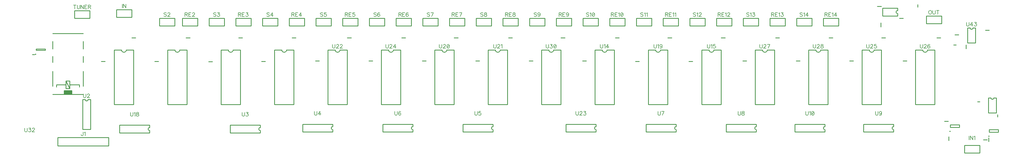
<source format=gbr>
G04 DipTrace 2.4.0.1*
%INTopSilk.gbr*%
%MOIN*%
%ADD10C,0.0098*%
%ADD30C,0.0154*%
%ADD75C,0.0077*%
%FSLAX44Y44*%
G04*
G70*
G90*
G75*
G01*
%LNTopSilk*%
%LPD*%
X119921Y22426D2*
D10*
X119409D1*
X116534Y24004D2*
X117046D1*
X126847Y18941D2*
X126533D1*
X127196Y20276D2*
X126684D1*
X25934Y19854D2*
X26446D1*
X22321Y16776D2*
X21809D1*
X130684Y20854D2*
X131196D1*
X128151Y18434D2*
Y18946D1*
X121814Y24222D2*
Y23908D1*
X116979Y21821D2*
Y21309D1*
X18809Y19854D2*
X19321D1*
X15321Y16776D2*
X14809D1*
X39809Y19854D2*
X40321D1*
X36321Y16776D2*
X35809D1*
X32809Y19854D2*
X33321D1*
X29396Y16726D2*
X28884D1*
X82184Y19854D2*
X82696D1*
X78396Y16826D2*
X77884D1*
X61059Y19854D2*
X61571D1*
X57396Y16826D2*
X56884D1*
X68184Y19854D2*
X68696D1*
X64396Y16826D2*
X63884D1*
X47059Y19854D2*
X47571D1*
X43396Y16826D2*
X42884D1*
X54184Y19854D2*
X54696D1*
X50396Y16826D2*
X49884D1*
X75059Y19854D2*
X75571D1*
X71396Y16826D2*
X70884D1*
X96059Y19854D2*
X96571D1*
X130921Y6451D2*
X130409D1*
X131126Y6234D2*
Y6746D1*
X125304Y8907D2*
X125816D1*
X125901Y6359D2*
Y6871D1*
X132289Y9772D2*
Y9458D1*
X129636Y11464D2*
X129950D1*
X92321Y16776D2*
X91809D1*
X89059Y19854D2*
X89571D1*
X85321Y16776D2*
X84809D1*
X117084Y19854D2*
X117596D1*
X6097Y17666D2*
X5783D1*
X113396Y16826D2*
X112884D1*
X124309Y19854D2*
X124821D1*
X120396Y16826D2*
X119884D1*
X103184Y19854D2*
X103696D1*
X99396Y16826D2*
X98884D1*
X110184Y19854D2*
X110696D1*
X106396Y16826D2*
X105884D1*
X18815Y22565D2*
X16815D1*
Y23565D1*
X18815D1*
Y22565D1*
X127940Y5740D2*
X129940D1*
Y4740D1*
X127940D1*
Y5740D1*
X15785Y5664D2*
X9132D1*
Y6766D1*
X15785D1*
Y5664D1*
X12440Y13486D2*
Y15456D1*
Y20440D2*
X8440D1*
Y13486D2*
Y15456D1*
Y12440D2*
X9940D1*
Y12940D1*
X10940D1*
X9940Y12440D2*
X10940D1*
Y12940D2*
Y12440D1*
X12440D1*
X8940Y13409D2*
Y13690D1*
X10190D1*
Y13190D1*
X10690D1*
Y14190D2*
X10190D1*
Y13690D1*
X10690Y13190D2*
Y13690D1*
X11940D1*
X10690D2*
Y14190D1*
X11940Y13690D2*
Y13409D1*
X10690Y13190D2*
X10190Y14190D1*
X12440Y16637D2*
Y17424D1*
X8440Y16637D2*
Y17424D1*
Y18409D2*
Y19394D1*
X12440Y18409D2*
Y19394D1*
G36*
X10940Y12440D2*
X9940D1*
Y12940D1*
X10940D1*
Y12440D1*
G37*
X124940Y21740D2*
D10*
X122940D1*
Y22740D1*
X124940D1*
Y21740D1*
D30*
X6210Y17716D3*
X6302Y18218D2*
D10*
X7483D1*
Y18414D1*
X6302D1*
Y18218D1*
X27440Y21440D2*
X25440D1*
Y22440D1*
X27440D1*
Y21440D1*
X34440D2*
X32440D1*
Y22440D1*
X34440D1*
Y21440D1*
X41440D2*
X39440D1*
Y22440D1*
X41440D1*
Y21440D1*
X48440D2*
X46440D1*
Y22440D1*
X48440D1*
Y21440D1*
X55440D2*
X53440D1*
Y22440D1*
X55440D1*
Y21440D1*
X62440D2*
X60440D1*
Y22440D1*
X62440D1*
Y21440D1*
X69440D2*
X67440D1*
Y22440D1*
X69440D1*
Y21440D1*
X76440D2*
X74440D1*
Y22440D1*
X76440D1*
Y21440D1*
X83440D2*
X81440D1*
Y22440D1*
X83440D1*
Y21440D1*
X90440D2*
X88440D1*
Y22440D1*
X90440D1*
Y21440D1*
X97440D2*
X95440D1*
Y22440D1*
X97440D1*
Y21440D1*
X104440D2*
X102440D1*
Y22440D1*
X104440D1*
Y21440D1*
X111440D2*
X109440D1*
Y22440D1*
X111440D1*
Y21440D1*
X24440D2*
X22440D1*
Y22440D1*
X24440D1*
Y21440D1*
X30940D2*
X28940D1*
Y22440D1*
X30940D1*
Y21440D1*
X37940D2*
X35940D1*
Y22440D1*
X37940D1*
Y21440D1*
X44940D2*
X42940D1*
Y22440D1*
X44940D1*
Y21440D1*
X51940D2*
X49940D1*
Y22440D1*
X51940D1*
Y21440D1*
X58940D2*
X56940D1*
Y22440D1*
X58940D1*
Y21440D1*
X65940D2*
X63940D1*
Y22440D1*
X65940D1*
Y21440D1*
X72940D2*
X70940D1*
Y22440D1*
X72940D1*
Y21440D1*
X79940D2*
X77940D1*
Y22440D1*
X79940D1*
Y21440D1*
X86940D2*
X84940D1*
Y22440D1*
X86940D1*
Y21440D1*
X93940D2*
X91940D1*
Y22440D1*
X93940D1*
Y21440D1*
X100940D2*
X98940D1*
Y22440D1*
X100940D1*
Y21440D1*
X107940D2*
X105940D1*
Y22440D1*
X107940D1*
Y21440D1*
X13315Y22440D2*
X11315D1*
Y23440D1*
X13315D1*
Y22440D1*
X119174Y23764D2*
X117206D1*
X119174Y22740D2*
X117206D1*
Y23764D2*
Y22740D1*
X119174Y23449D2*
Y23764D1*
Y23055D2*
Y22740D1*
Y23449D2*
G03X119174Y23055I0J-197D01*
G01*
X12391Y11758D2*
Y7822D1*
X13415Y11758D2*
Y7822D1*
X12391D2*
X13415D1*
X12391Y11758D2*
X12706D1*
X13100D2*
X13415D1*
X12706D2*
G03X13100Y11758I197J0D01*
G01*
X35658Y8389D2*
X31722D1*
X35658Y7365D2*
X31722D1*
Y8389D2*
Y7365D1*
X35658Y8389D2*
Y8074D1*
Y7680D2*
Y7365D1*
Y8074D2*
G03X35658Y7680I0J-197D01*
G01*
X45158Y8515D2*
X41222D1*
X45158Y7491D2*
X41222D1*
Y8515D2*
Y7491D1*
X45158Y8515D2*
Y8200D1*
Y7806D2*
Y7491D1*
Y8200D2*
G03X45158Y7806I0J-197D01*
G01*
X66158Y8515D2*
X62222D1*
X66158Y7491D2*
X62222D1*
Y8515D2*
Y7491D1*
X66158Y8515D2*
Y8200D1*
Y7806D2*
Y7491D1*
Y8200D2*
G03X66158Y7806I0J-197D01*
G01*
X55658Y8515D2*
X51722D1*
X55658Y7491D2*
X51722D1*
Y8515D2*
Y7491D1*
X55658Y8515D2*
Y8200D1*
Y7806D2*
Y7491D1*
Y8200D2*
G03X55658Y7806I0J-197D01*
G01*
X90158Y8515D2*
X86222D1*
X90158Y7491D2*
X86222D1*
Y8515D2*
Y7491D1*
X90158Y8515D2*
Y8200D1*
Y7806D2*
Y7491D1*
Y8200D2*
G03X90158Y7806I0J-197D01*
G01*
X100658Y8515D2*
X96722D1*
X100658Y7491D2*
X96722D1*
Y8515D2*
Y7491D1*
X100658Y8515D2*
Y8200D1*
Y7806D2*
Y7491D1*
Y8200D2*
G03X100658Y7806I0J-197D01*
G01*
X118658Y8515D2*
X114722D1*
X118658Y7491D2*
X114722D1*
Y8515D2*
Y7491D1*
X118658Y8515D2*
Y8200D1*
Y7806D2*
Y7491D1*
Y8200D2*
G03X118658Y7806I0J-197D01*
G01*
X109658Y8515D2*
X105722D1*
X109658Y7491D2*
X105722D1*
Y8515D2*
Y7491D1*
X109658Y8515D2*
Y8200D1*
Y7806D2*
Y7491D1*
Y8200D2*
G03X109658Y7806I0J-197D01*
G01*
X16530Y18272D2*
Y11108D1*
X19050Y18272D2*
Y11108D1*
X16530D2*
X19050D1*
X16530Y18272D2*
X17475D1*
X18105D2*
X19050D1*
X17475D2*
G03X18105Y18272I315J1D01*
G01*
X37530D2*
Y11108D1*
X40050Y18272D2*
Y11108D1*
X37530D2*
X40050D1*
X37530Y18272D2*
X38475D1*
X39105D2*
X40050D1*
X38475D2*
G03X39105Y18272I315J1D01*
G01*
X30530D2*
Y11108D1*
X33050Y18272D2*
Y11108D1*
X30530D2*
X33050D1*
X30530Y18272D2*
X31475D1*
X32105D2*
X33050D1*
X31475D2*
G03X32105Y18272I315J1D01*
G01*
X79531D2*
Y11108D1*
X82050Y18272D2*
Y11108D1*
X79531D2*
X82050D1*
X79531Y18272D2*
X80475D1*
X81105D2*
X82050D1*
X80475D2*
G03X81105Y18272I315J1D01*
G01*
X93531D2*
Y11108D1*
X96050Y18272D2*
Y11108D1*
X93531D2*
X96050D1*
X93531Y18272D2*
X94475D1*
X95105D2*
X96050D1*
X94475D2*
G03X95105Y18272I315J1D01*
G01*
X131091Y11974D2*
Y10006D1*
X132115Y11974D2*
Y10006D1*
X131091D2*
X132115D1*
X131406Y11974D2*
X131091D1*
X131800D2*
X132115D1*
X131406D2*
G03X131800Y11974I197J0D01*
G01*
D30*
X131137Y6932D3*
X131189Y7473D2*
D10*
X132371D1*
X131189Y7787D2*
X132371D1*
Y7473D2*
Y7787D1*
X131189Y7473D2*
Y7787D1*
X21158Y8389D2*
X17222D1*
X21158Y7365D2*
X17222D1*
Y8389D2*
Y7365D1*
X21158Y8389D2*
Y8074D1*
Y7680D2*
Y7365D1*
Y8074D2*
G03X21158Y7680I0J-197D01*
G01*
X86531Y18272D2*
Y11108D1*
X89050Y18272D2*
Y11108D1*
X86531D2*
X89050D1*
X86531Y18272D2*
X87475D1*
X88105D2*
X89050D1*
X87475D2*
G03X88105Y18272I315J1D01*
G01*
X58531D2*
Y11108D1*
X61050Y18272D2*
Y11108D1*
X58531D2*
X61050D1*
X58531Y18272D2*
X59475D1*
X60105D2*
X61050D1*
X59475D2*
G03X60105Y18272I315J1D01*
G01*
X65531D2*
Y11108D1*
X68050Y18272D2*
Y11108D1*
X65531D2*
X68050D1*
X65531Y18272D2*
X66475D1*
X67105D2*
X68050D1*
X66475D2*
G03X67105Y18272I315J1D01*
G01*
X44531D2*
Y11108D1*
X47050Y18272D2*
Y11108D1*
X44531D2*
X47050D1*
X44531Y18272D2*
X45475D1*
X46105D2*
X47050D1*
X45475D2*
G03X46105Y18272I315J1D01*
G01*
X79658Y8515D2*
X75722D1*
X79658Y7491D2*
X75722D1*
Y8515D2*
Y7491D1*
X79658Y8515D2*
Y8200D1*
Y7806D2*
Y7491D1*
Y8200D2*
G03X79658Y7806I0J-197D01*
G01*
X51531Y18272D2*
Y11108D1*
X54050Y18272D2*
Y11108D1*
X51531D2*
X54050D1*
X51531Y18272D2*
X52475D1*
X53105D2*
X54050D1*
X52475D2*
G03X53105Y18272I315J1D01*
G01*
X114531D2*
Y11108D1*
X117050Y18272D2*
Y11108D1*
X114531D2*
X117050D1*
X114531Y18272D2*
X115475D1*
X116105D2*
X117050D1*
X115475D2*
G03X116105Y18272I315J1D01*
G01*
X121531D2*
Y11108D1*
X124050Y18272D2*
Y11108D1*
X121531D2*
X124050D1*
X121531Y18272D2*
X122475D1*
X123105D2*
X124050D1*
X122475D2*
G03X123105Y18272I315J1D01*
G01*
X100531D2*
Y11108D1*
X103050Y18272D2*
Y11108D1*
X100531D2*
X103050D1*
X100531Y18272D2*
X101475D1*
X102105D2*
X103050D1*
X101475D2*
G03X102105Y18272I315J1D01*
G01*
X107531D2*
Y11108D1*
X110050Y18272D2*
Y11108D1*
X107531D2*
X110050D1*
X107531Y18272D2*
X108475D1*
X109105D2*
X110050D1*
X108475D2*
G03X109105Y18272I315J1D01*
G01*
X23530D2*
Y11108D1*
X26050Y18272D2*
Y11108D1*
X23530D2*
X26050D1*
X23530Y18272D2*
X24475D1*
X25105D2*
X26050D1*
X24475D2*
G03X25105Y18272I315J1D01*
G01*
X72531D2*
Y11108D1*
X75050Y18272D2*
Y11108D1*
X72531D2*
X75050D1*
X72531Y18272D2*
X73475D1*
X74105D2*
X75050D1*
X73475D2*
G03X74105Y18272I315J1D01*
G01*
D30*
X126047Y7572D3*
X126099Y8113D2*
D10*
X127281D1*
X126099Y8427D2*
X127281D1*
Y8113D2*
Y8427D1*
X126099Y8113D2*
Y8427D1*
X128366Y21174D2*
Y19206D1*
X129390Y21174D2*
Y19206D1*
X128366D2*
X129390D1*
X128681Y21174D2*
X128366D1*
X129075D2*
X129390D1*
X128681D2*
G03X129075Y21174I197J0D01*
G01*
X17570Y24297D2*
D75*
Y23795D1*
X18060Y24297D2*
Y23795D1*
X17725Y24297D1*
Y23795D1*
X128558Y6972D2*
Y6470D1*
X129047Y6972D2*
Y6470D1*
X128713Y6972D1*
Y6470D1*
X129202Y6876D2*
X129250Y6900D1*
X129322Y6972D1*
Y6470D1*
X12441Y7498D2*
Y7116D1*
X12417Y7044D1*
X12393Y7020D1*
X12345Y6996D1*
X12297D1*
X12250Y7020D1*
X12226Y7044D1*
X12202Y7116D1*
Y7163D1*
X12595Y7402D2*
X12643Y7427D1*
X12715Y7498D1*
Y6996D1*
X123403Y23472D2*
X123355Y23448D1*
X123308Y23400D1*
X123283Y23353D1*
X123259Y23281D1*
Y23161D1*
X123283Y23090D1*
X123308Y23042D1*
X123355Y22994D1*
X123403Y22970D1*
X123499D1*
X123546Y22994D1*
X123594Y23042D1*
X123618Y23090D1*
X123642Y23161D1*
Y23281D1*
X123618Y23353D1*
X123594Y23400D1*
X123546Y23448D1*
X123499Y23472D1*
X123403D1*
X123796D2*
Y23114D1*
X123820Y23042D1*
X123868Y22994D1*
X123940Y22970D1*
X123988D1*
X124059Y22994D1*
X124107Y23042D1*
X124131Y23114D1*
Y23472D1*
X124453D2*
Y22970D1*
X124286Y23472D2*
X124621D1*
X25795Y22933D2*
X26010D1*
X26082Y22957D1*
X26107Y22981D1*
X26130Y23029D1*
Y23077D1*
X26107Y23124D1*
X26082Y23148D1*
X26010Y23172D1*
X25795D1*
Y22670D1*
X25963Y22933D2*
X26130Y22670D1*
X26595Y23172D2*
X26285D1*
Y22670D1*
X26595D1*
X26285Y22933D2*
X26476D1*
X26774Y23052D2*
Y23076D1*
X26798Y23124D1*
X26822Y23148D1*
X26870Y23172D1*
X26965D1*
X27013Y23148D1*
X27037Y23124D1*
X27061Y23076D1*
Y23029D1*
X27037Y22980D1*
X26989Y22909D1*
X26750Y22670D1*
X27085D1*
X32795Y22933D2*
X33010D1*
X33082Y22957D1*
X33107Y22981D1*
X33130Y23029D1*
Y23077D1*
X33107Y23124D1*
X33082Y23148D1*
X33010Y23172D1*
X32795D1*
Y22670D1*
X32963Y22933D2*
X33130Y22670D1*
X33595Y23172D2*
X33285D1*
Y22670D1*
X33595D1*
X33285Y22933D2*
X33476D1*
X33798Y23172D2*
X34060D1*
X33917Y22980D1*
X33989D1*
X34037Y22957D1*
X34060Y22933D1*
X34085Y22861D1*
Y22814D1*
X34060Y22742D1*
X34013Y22694D1*
X33941Y22670D1*
X33869D1*
X33798Y22694D1*
X33774Y22718D1*
X33750Y22765D1*
X39783Y22933D2*
X39998D1*
X40070Y22957D1*
X40095Y22981D1*
X40118Y23029D1*
Y23077D1*
X40095Y23124D1*
X40070Y23148D1*
X39998Y23172D1*
X39783D1*
Y22670D1*
X39951Y22933D2*
X40118Y22670D1*
X40583Y23172D2*
X40273D1*
Y22670D1*
X40583D1*
X40273Y22933D2*
X40464D1*
X40977Y22670D2*
Y23172D1*
X40738Y22837D1*
X41097D1*
X46795Y22933D2*
X47010D1*
X47082Y22957D1*
X47107Y22981D1*
X47130Y23029D1*
Y23077D1*
X47107Y23124D1*
X47082Y23148D1*
X47010Y23172D1*
X46795D1*
Y22670D1*
X46963Y22933D2*
X47130Y22670D1*
X47595Y23172D2*
X47285D1*
Y22670D1*
X47595D1*
X47285Y22933D2*
X47476D1*
X48037Y23172D2*
X47798D1*
X47774Y22957D1*
X47798Y22980D1*
X47870Y23005D1*
X47941D1*
X48013Y22980D1*
X48061Y22933D1*
X48085Y22861D1*
Y22814D1*
X48061Y22742D1*
X48013Y22694D1*
X47941Y22670D1*
X47870D1*
X47798Y22694D1*
X47774Y22718D1*
X47750Y22765D1*
X53808Y22933D2*
X54023D1*
X54094Y22957D1*
X54119Y22981D1*
X54142Y23029D1*
Y23077D1*
X54119Y23124D1*
X54094Y23148D1*
X54023Y23172D1*
X53808D1*
Y22670D1*
X53975Y22933D2*
X54142Y22670D1*
X54607Y23172D2*
X54297D1*
Y22670D1*
X54607D1*
X54297Y22933D2*
X54488D1*
X55049Y23100D2*
X55025Y23148D1*
X54953Y23172D1*
X54906D1*
X54834Y23148D1*
X54786Y23076D1*
X54762Y22957D1*
Y22837D1*
X54786Y22742D1*
X54834Y22694D1*
X54906Y22670D1*
X54929D1*
X55001Y22694D1*
X55049Y22742D1*
X55072Y22814D1*
Y22837D1*
X55049Y22909D1*
X55001Y22957D1*
X54929Y22980D1*
X54906D1*
X54834Y22957D1*
X54786Y22909D1*
X54762Y22837D1*
X60795Y22933D2*
X61010D1*
X61082Y22957D1*
X61107Y22981D1*
X61130Y23029D1*
Y23077D1*
X61107Y23124D1*
X61082Y23148D1*
X61010Y23172D1*
X60795D1*
Y22670D1*
X60963Y22933D2*
X61130Y22670D1*
X61595Y23172D2*
X61285D1*
Y22670D1*
X61595D1*
X61285Y22933D2*
X61476D1*
X61845Y22670D2*
X62085Y23172D1*
X61750D1*
X67796Y22933D2*
X68011D1*
X68082Y22957D1*
X68107Y22981D1*
X68131Y23029D1*
Y23077D1*
X68107Y23124D1*
X68082Y23148D1*
X68011Y23172D1*
X67796D1*
Y22670D1*
X67963Y22933D2*
X68131Y22670D1*
X68596Y23172D2*
X68285D1*
Y22670D1*
X68596D1*
X68285Y22933D2*
X68476D1*
X68869Y23172D2*
X68798Y23148D1*
X68774Y23100D1*
Y23052D1*
X68798Y23005D1*
X68846Y22980D1*
X68941Y22957D1*
X69013Y22933D1*
X69061Y22885D1*
X69084Y22837D1*
Y22765D1*
X69061Y22718D1*
X69037Y22694D1*
X68965Y22670D1*
X68869D1*
X68798Y22694D1*
X68774Y22718D1*
X68750Y22765D1*
Y22837D1*
X68774Y22885D1*
X68822Y22933D1*
X68893Y22957D1*
X68989Y22980D1*
X69037Y23005D1*
X69061Y23052D1*
Y23100D1*
X69037Y23148D1*
X68965Y23172D1*
X68869D1*
X74807Y22933D2*
X75022D1*
X75094Y22957D1*
X75118Y22981D1*
X75142Y23029D1*
Y23077D1*
X75118Y23124D1*
X75094Y23148D1*
X75022Y23172D1*
X74807D1*
Y22670D1*
X74975Y22933D2*
X75142Y22670D1*
X75607Y23172D2*
X75297D1*
Y22670D1*
X75607D1*
X75297Y22933D2*
X75488D1*
X76073Y23005D2*
X76048Y22933D1*
X76001Y22885D1*
X75929Y22861D1*
X75905D1*
X75833Y22885D1*
X75786Y22933D1*
X75762Y23005D1*
Y23029D1*
X75786Y23100D1*
X75833Y23148D1*
X75905Y23172D1*
X75929D1*
X76001Y23148D1*
X76048Y23100D1*
X76073Y23005D1*
Y22885D1*
X76048Y22765D1*
X76001Y22694D1*
X75929Y22670D1*
X75882D1*
X75810Y22694D1*
X75786Y22742D1*
X81658Y22933D2*
X81873D1*
X81945Y22957D1*
X81969Y22981D1*
X81993Y23029D1*
Y23077D1*
X81969Y23124D1*
X81945Y23148D1*
X81873Y23172D1*
X81658D1*
Y22670D1*
X81826Y22933D2*
X81993Y22670D1*
X82458Y23172D2*
X82148D1*
Y22670D1*
X82458D1*
X82148Y22933D2*
X82339D1*
X82613Y23076D2*
X82661Y23100D1*
X82732Y23172D1*
Y22670D1*
X83031Y23172D2*
X82959Y23148D1*
X82911Y23076D1*
X82887Y22957D1*
Y22885D1*
X82911Y22765D1*
X82959Y22694D1*
X83031Y22670D1*
X83078D1*
X83150Y22694D1*
X83197Y22765D1*
X83222Y22885D1*
Y22957D1*
X83197Y23076D1*
X83150Y23148D1*
X83078Y23172D1*
X83031D1*
X83197Y23076D2*
X82911Y22765D1*
X88766Y22933D2*
X88981D1*
X89053Y22957D1*
X89077Y22981D1*
X89101Y23029D1*
Y23077D1*
X89077Y23124D1*
X89053Y23148D1*
X88981Y23172D1*
X88766D1*
Y22670D1*
X88933Y22933D2*
X89101Y22670D1*
X89566Y23172D2*
X89255D1*
Y22670D1*
X89566D1*
X89255Y22933D2*
X89446D1*
X89720Y23076D2*
X89768Y23100D1*
X89840Y23172D1*
Y22670D1*
X89994Y23076D2*
X90042Y23100D1*
X90114Y23172D1*
Y22670D1*
X95658Y22933D2*
X95873D1*
X95945Y22957D1*
X95969Y22981D1*
X95993Y23029D1*
Y23077D1*
X95969Y23124D1*
X95945Y23148D1*
X95873Y23172D1*
X95658D1*
Y22670D1*
X95826Y22933D2*
X95993Y22670D1*
X96458Y23172D2*
X96148D1*
Y22670D1*
X96458D1*
X96148Y22933D2*
X96339D1*
X96613Y23076D2*
X96661Y23100D1*
X96732Y23172D1*
Y22670D1*
X96911Y23052D2*
Y23076D1*
X96935Y23124D1*
X96959Y23148D1*
X97007Y23172D1*
X97102D1*
X97150Y23148D1*
X97174Y23124D1*
X97198Y23076D1*
Y23029D1*
X97174Y22980D1*
X97126Y22909D1*
X96887Y22670D1*
X97222D1*
X102658Y22933D2*
X102873D1*
X102945Y22957D1*
X102969Y22981D1*
X102993Y23029D1*
Y23077D1*
X102969Y23124D1*
X102945Y23148D1*
X102873Y23172D1*
X102658D1*
Y22670D1*
X102826Y22933D2*
X102993Y22670D1*
X103458Y23172D2*
X103148D1*
Y22670D1*
X103458D1*
X103148Y22933D2*
X103339D1*
X103613Y23076D2*
X103661Y23100D1*
X103732Y23172D1*
Y22670D1*
X103935Y23172D2*
X104197D1*
X104054Y22980D1*
X104126D1*
X104174Y22957D1*
X104197Y22933D1*
X104222Y22861D1*
Y22814D1*
X104197Y22742D1*
X104150Y22694D1*
X104078Y22670D1*
X104006D1*
X103935Y22694D1*
X103911Y22718D1*
X103887Y22765D1*
X109646Y22933D2*
X109861D1*
X109933Y22957D1*
X109957Y22981D1*
X109981Y23029D1*
Y23077D1*
X109957Y23124D1*
X109933Y23148D1*
X109861Y23172D1*
X109646D1*
Y22670D1*
X109814Y22933D2*
X109981Y22670D1*
X110446Y23172D2*
X110136D1*
Y22670D1*
X110446D1*
X110136Y22933D2*
X110327D1*
X110601Y23076D2*
X110649Y23100D1*
X110721Y23172D1*
Y22670D1*
X111114D2*
Y23172D1*
X110875Y22837D1*
X111234D1*
X23363Y23100D2*
X23315Y23148D1*
X23243Y23172D1*
X23148D1*
X23076Y23148D1*
X23028Y23100D1*
Y23053D1*
X23052Y23005D1*
X23076Y22981D1*
X23123Y22957D1*
X23267Y22909D1*
X23315Y22885D1*
X23339Y22861D1*
X23363Y22814D1*
Y22742D1*
X23315Y22694D1*
X23243Y22670D1*
X23148D1*
X23076Y22694D1*
X23028Y22742D1*
X23542Y23052D2*
Y23076D1*
X23565Y23124D1*
X23589Y23148D1*
X23637Y23172D1*
X23733D1*
X23780Y23148D1*
X23804Y23124D1*
X23828Y23076D1*
Y23029D1*
X23804Y22980D1*
X23757Y22909D1*
X23517Y22670D1*
X23852D1*
X29863Y23100D2*
X29815Y23148D1*
X29743Y23172D1*
X29648D1*
X29576Y23148D1*
X29528Y23100D1*
Y23053D1*
X29552Y23005D1*
X29576Y22981D1*
X29623Y22957D1*
X29767Y22909D1*
X29815Y22885D1*
X29839Y22861D1*
X29863Y22814D1*
Y22742D1*
X29815Y22694D1*
X29743Y22670D1*
X29648D1*
X29576Y22694D1*
X29528Y22742D1*
X30065Y23172D2*
X30328D1*
X30185Y22980D1*
X30257D1*
X30304Y22957D1*
X30328Y22933D1*
X30352Y22861D1*
Y22814D1*
X30328Y22742D1*
X30280Y22694D1*
X30208Y22670D1*
X30137D1*
X30065Y22694D1*
X30042Y22718D1*
X30017Y22765D1*
X36851Y23100D2*
X36803Y23148D1*
X36732Y23172D1*
X36636D1*
X36564Y23148D1*
X36516Y23100D1*
Y23053D1*
X36540Y23005D1*
X36564Y22981D1*
X36612Y22957D1*
X36755Y22909D1*
X36803Y22885D1*
X36827Y22861D1*
X36851Y22814D1*
Y22742D1*
X36803Y22694D1*
X36732Y22670D1*
X36636D1*
X36564Y22694D1*
X36516Y22742D1*
X37245Y22670D2*
Y23172D1*
X37005Y22837D1*
X37364D1*
X43863Y23100D2*
X43815Y23148D1*
X43743Y23172D1*
X43648D1*
X43576Y23148D1*
X43528Y23100D1*
Y23053D1*
X43552Y23005D1*
X43576Y22981D1*
X43623Y22957D1*
X43767Y22909D1*
X43815Y22885D1*
X43839Y22861D1*
X43863Y22814D1*
Y22742D1*
X43815Y22694D1*
X43743Y22670D1*
X43648D1*
X43576Y22694D1*
X43528Y22742D1*
X44304Y23172D2*
X44065D1*
X44042Y22957D1*
X44065Y22980D1*
X44137Y23005D1*
X44208D1*
X44280Y22980D1*
X44328Y22933D1*
X44352Y22861D1*
Y22814D1*
X44328Y22742D1*
X44280Y22694D1*
X44208Y22670D1*
X44137D1*
X44065Y22694D1*
X44042Y22718D1*
X44017Y22765D1*
X50875Y23100D2*
X50827Y23148D1*
X50756Y23172D1*
X50660D1*
X50588Y23148D1*
X50540Y23100D1*
Y23053D1*
X50564Y23005D1*
X50588Y22981D1*
X50636Y22957D1*
X50779Y22909D1*
X50827Y22885D1*
X50851Y22861D1*
X50875Y22814D1*
Y22742D1*
X50827Y22694D1*
X50756Y22670D1*
X50660D1*
X50588Y22694D1*
X50540Y22742D1*
X51316Y23100D2*
X51292Y23148D1*
X51221Y23172D1*
X51173D1*
X51101Y23148D1*
X51053Y23076D1*
X51029Y22957D1*
Y22837D1*
X51053Y22742D1*
X51101Y22694D1*
X51173Y22670D1*
X51197D1*
X51268Y22694D1*
X51316Y22742D1*
X51340Y22814D1*
Y22837D1*
X51316Y22909D1*
X51268Y22957D1*
X51197Y22980D1*
X51173D1*
X51101Y22957D1*
X51053Y22909D1*
X51029Y22837D1*
X57863Y23100D2*
X57815Y23148D1*
X57743Y23172D1*
X57648D1*
X57576Y23148D1*
X57528Y23100D1*
Y23053D1*
X57552Y23005D1*
X57576Y22981D1*
X57623Y22957D1*
X57767Y22909D1*
X57815Y22885D1*
X57839Y22861D1*
X57863Y22814D1*
Y22742D1*
X57815Y22694D1*
X57743Y22670D1*
X57648D1*
X57576Y22694D1*
X57528Y22742D1*
X58113Y22670D2*
X58352Y23172D1*
X58017D1*
X64863Y23100D2*
X64816Y23148D1*
X64744Y23172D1*
X64648D1*
X64576Y23148D1*
X64528Y23100D1*
Y23053D1*
X64552Y23005D1*
X64576Y22981D1*
X64624Y22957D1*
X64767Y22909D1*
X64816Y22885D1*
X64839Y22861D1*
X64863Y22814D1*
Y22742D1*
X64816Y22694D1*
X64744Y22670D1*
X64648D1*
X64576Y22694D1*
X64528Y22742D1*
X65137Y23172D2*
X65066Y23148D1*
X65041Y23100D1*
Y23052D1*
X65066Y23005D1*
X65113Y22980D1*
X65209Y22957D1*
X65281Y22933D1*
X65328Y22885D1*
X65352Y22837D1*
Y22765D1*
X65328Y22718D1*
X65304Y22694D1*
X65232Y22670D1*
X65137D1*
X65066Y22694D1*
X65041Y22718D1*
X65017Y22765D1*
Y22837D1*
X65041Y22885D1*
X65089Y22933D1*
X65161Y22957D1*
X65256Y22980D1*
X65304Y23005D1*
X65328Y23052D1*
Y23100D1*
X65304Y23148D1*
X65232Y23172D1*
X65137D1*
X71875Y23100D2*
X71827Y23148D1*
X71755Y23172D1*
X71660D1*
X71588Y23148D1*
X71540Y23100D1*
Y23053D1*
X71564Y23005D1*
X71588Y22981D1*
X71635Y22957D1*
X71779Y22909D1*
X71827Y22885D1*
X71851Y22861D1*
X71875Y22814D1*
Y22742D1*
X71827Y22694D1*
X71755Y22670D1*
X71660D1*
X71588Y22694D1*
X71540Y22742D1*
X72340Y23005D2*
X72316Y22933D1*
X72268Y22885D1*
X72197Y22861D1*
X72173D1*
X72101Y22885D1*
X72053Y22933D1*
X72029Y23005D1*
Y23029D1*
X72053Y23100D1*
X72101Y23148D1*
X72173Y23172D1*
X72197D1*
X72268Y23148D1*
X72316Y23100D1*
X72340Y23005D1*
Y22885D1*
X72316Y22765D1*
X72268Y22694D1*
X72197Y22670D1*
X72149D1*
X72077Y22694D1*
X72053Y22742D1*
X78726Y23100D2*
X78678Y23148D1*
X78606Y23172D1*
X78511D1*
X78439Y23148D1*
X78391Y23100D1*
Y23053D1*
X78415Y23005D1*
X78439Y22981D1*
X78486Y22957D1*
X78630Y22909D1*
X78678Y22885D1*
X78702Y22861D1*
X78726Y22814D1*
Y22742D1*
X78678Y22694D1*
X78606Y22670D1*
X78511D1*
X78439Y22694D1*
X78391Y22742D1*
X78880Y23076D2*
X78928Y23100D1*
X79000Y23172D1*
Y22670D1*
X79298Y23172D2*
X79226Y23148D1*
X79178Y23076D1*
X79154Y22957D1*
Y22885D1*
X79178Y22765D1*
X79226Y22694D1*
X79298Y22670D1*
X79346D1*
X79417Y22694D1*
X79465Y22765D1*
X79489Y22885D1*
Y22957D1*
X79465Y23076D1*
X79417Y23148D1*
X79346Y23172D1*
X79298D1*
X79465Y23076D2*
X79178Y22765D1*
X85833Y23100D2*
X85786Y23148D1*
X85714Y23172D1*
X85618D1*
X85546Y23148D1*
X85498Y23100D1*
Y23053D1*
X85523Y23005D1*
X85546Y22981D1*
X85594Y22957D1*
X85738Y22909D1*
X85786Y22885D1*
X85809Y22861D1*
X85833Y22814D1*
Y22742D1*
X85786Y22694D1*
X85714Y22670D1*
X85618D1*
X85546Y22694D1*
X85498Y22742D1*
X85988Y23076D2*
X86036Y23100D1*
X86107Y23172D1*
Y22670D1*
X86262Y23076D2*
X86310Y23100D1*
X86382Y23172D1*
Y22670D1*
X92726Y23100D2*
X92678Y23148D1*
X92606Y23172D1*
X92511D1*
X92439Y23148D1*
X92391Y23100D1*
Y23053D1*
X92415Y23005D1*
X92439Y22981D1*
X92486Y22957D1*
X92630Y22909D1*
X92678Y22885D1*
X92702Y22861D1*
X92726Y22814D1*
Y22742D1*
X92678Y22694D1*
X92606Y22670D1*
X92511D1*
X92439Y22694D1*
X92391Y22742D1*
X92880Y23076D2*
X92928Y23100D1*
X93000Y23172D1*
Y22670D1*
X93179Y23052D2*
Y23076D1*
X93202Y23124D1*
X93226Y23148D1*
X93274Y23172D1*
X93370D1*
X93417Y23148D1*
X93441Y23124D1*
X93466Y23076D1*
Y23029D1*
X93441Y22980D1*
X93394Y22909D1*
X93154Y22670D1*
X93489D1*
X99726Y23100D2*
X99678Y23148D1*
X99606Y23172D1*
X99511D1*
X99439Y23148D1*
X99391Y23100D1*
Y23053D1*
X99415Y23005D1*
X99439Y22981D1*
X99486Y22957D1*
X99630Y22909D1*
X99678Y22885D1*
X99702Y22861D1*
X99726Y22814D1*
Y22742D1*
X99678Y22694D1*
X99606Y22670D1*
X99511D1*
X99439Y22694D1*
X99391Y22742D1*
X99880Y23076D2*
X99928Y23100D1*
X100000Y23172D1*
Y22670D1*
X100202Y23172D2*
X100465D1*
X100322Y22980D1*
X100394D1*
X100441Y22957D1*
X100465Y22933D1*
X100489Y22861D1*
Y22814D1*
X100465Y22742D1*
X100417Y22694D1*
X100346Y22670D1*
X100274D1*
X100202Y22694D1*
X100179Y22718D1*
X100154Y22765D1*
X106714Y23100D2*
X106666Y23148D1*
X106594Y23172D1*
X106499D1*
X106427Y23148D1*
X106379Y23100D1*
Y23053D1*
X106403Y23005D1*
X106427Y22981D1*
X106474Y22957D1*
X106618Y22909D1*
X106666Y22885D1*
X106690Y22861D1*
X106714Y22814D1*
Y22742D1*
X106666Y22694D1*
X106594Y22670D1*
X106499D1*
X106427Y22694D1*
X106379Y22742D1*
X106868Y23076D2*
X106916Y23100D1*
X106988Y23172D1*
Y22670D1*
X107382D2*
Y23172D1*
X107142Y22837D1*
X107501D1*
X11349Y24172D2*
Y23670D1*
X11181Y24172D2*
X11516D1*
X11670D2*
Y23814D1*
X11694Y23742D1*
X11742Y23694D1*
X11814Y23670D1*
X11862D1*
X11933Y23694D1*
X11982Y23742D1*
X12005Y23814D1*
Y24172D1*
X12495D2*
Y23670D1*
X12160Y24172D1*
Y23670D1*
X12960Y24172D2*
X12649D1*
Y23670D1*
X12960D1*
X12649Y23933D2*
X12840D1*
X13114D2*
X13329D1*
X13401Y23957D1*
X13425Y23981D1*
X13449Y24029D1*
Y24077D1*
X13425Y24124D1*
X13401Y24148D1*
X13329Y24172D1*
X13114D1*
Y23670D1*
X13281Y23933D2*
X13449Y23670D1*
X12491Y12491D2*
Y12132D1*
X12515Y12060D1*
X12563Y12012D1*
X12635Y11988D1*
X12682D1*
X12754Y12012D1*
X12802Y12060D1*
X12826Y12132D1*
Y12491D1*
X13005Y12371D2*
Y12394D1*
X13028Y12442D1*
X13052Y12466D1*
X13100Y12490D1*
X13196D1*
X13243Y12466D1*
X13267Y12442D1*
X13291Y12394D1*
Y12347D1*
X13267Y12299D1*
X13220Y12227D1*
X12980Y11988D1*
X13315D1*
X33278Y10066D2*
Y9707D1*
X33302Y9635D1*
X33350Y9588D1*
X33422Y9564D1*
X33469D1*
X33541Y9588D1*
X33589Y9635D1*
X33613Y9707D1*
Y10066D1*
X33815Y10065D2*
X34078D1*
X33935Y9874D1*
X34007D1*
X34054Y9850D1*
X34078Y9827D1*
X34102Y9755D1*
Y9707D1*
X34078Y9635D1*
X34030Y9587D1*
X33958Y9564D1*
X33887D1*
X33815Y9587D1*
X33792Y9612D1*
X33767Y9659D1*
X42766Y10192D2*
Y9833D1*
X42790Y9761D1*
X42838Y9714D1*
X42910Y9690D1*
X42957D1*
X43029Y9714D1*
X43077Y9761D1*
X43101Y9833D1*
Y10192D1*
X43495Y9690D2*
Y10191D1*
X43255Y9857D1*
X43614D1*
X63778Y10192D2*
Y9833D1*
X63802Y9761D1*
X63850Y9714D1*
X63922Y9690D1*
X63969D1*
X64041Y9714D1*
X64089Y9761D1*
X64113Y9833D1*
Y10192D1*
X64554Y10191D2*
X64315D1*
X64292Y9976D1*
X64315Y10000D1*
X64387Y10024D1*
X64458D1*
X64530Y10000D1*
X64578Y9953D1*
X64602Y9881D1*
Y9833D1*
X64578Y9761D1*
X64530Y9713D1*
X64458Y9690D1*
X64387D1*
X64315Y9713D1*
X64292Y9738D1*
X64267Y9785D1*
X53290Y10192D2*
Y9833D1*
X53314Y9761D1*
X53362Y9714D1*
X53434Y9690D1*
X53481D1*
X53553Y9714D1*
X53601Y9761D1*
X53625Y9833D1*
Y10192D1*
X54066Y10120D2*
X54042Y10168D1*
X53971Y10191D1*
X53923D1*
X53851Y10168D1*
X53803Y10096D1*
X53779Y9976D1*
Y9857D1*
X53803Y9761D1*
X53851Y9713D1*
X53923Y9690D1*
X53947D1*
X54018Y9713D1*
X54066Y9761D1*
X54090Y9833D1*
Y9857D1*
X54066Y9929D1*
X54018Y9976D1*
X53947Y10000D1*
X53923D1*
X53851Y9976D1*
X53803Y9929D1*
X53779Y9857D1*
X87778Y10192D2*
Y9833D1*
X87802Y9761D1*
X87850Y9714D1*
X87922Y9690D1*
X87969D1*
X88041Y9714D1*
X88089Y9761D1*
X88113Y9833D1*
Y10192D1*
X88363Y9690D2*
X88602Y10191D1*
X88267D1*
X98278Y10192D2*
Y9833D1*
X98302Y9761D1*
X98350Y9714D1*
X98422Y9690D1*
X98469D1*
X98541Y9714D1*
X98589Y9761D1*
X98613Y9833D1*
Y10192D1*
X98887Y10191D2*
X98816Y10168D1*
X98791Y10120D1*
Y10072D1*
X98816Y10024D1*
X98863Y10000D1*
X98959Y9976D1*
X99031Y9953D1*
X99078Y9905D1*
X99102Y9857D1*
Y9785D1*
X99078Y9738D1*
X99054Y9713D1*
X98982Y9690D1*
X98887D1*
X98816Y9713D1*
X98791Y9738D1*
X98767Y9785D1*
Y9857D1*
X98791Y9905D1*
X98839Y9953D1*
X98911Y9976D1*
X99006Y10000D1*
X99054Y10024D1*
X99078Y10072D1*
Y10120D1*
X99054Y10168D1*
X98982Y10191D1*
X98887D1*
X116290Y10192D2*
Y9833D1*
X116314Y9761D1*
X116362Y9714D1*
X116433Y9690D1*
X116481D1*
X116553Y9714D1*
X116601Y9761D1*
X116625Y9833D1*
Y10192D1*
X117090Y10024D2*
X117066Y9953D1*
X117018Y9905D1*
X116947Y9881D1*
X116923D1*
X116851Y9905D1*
X116803Y9953D1*
X116779Y10024D1*
Y10048D1*
X116803Y10120D1*
X116851Y10168D1*
X116923Y10191D1*
X116947D1*
X117018Y10168D1*
X117066Y10120D1*
X117090Y10024D1*
Y9905D1*
X117066Y9785D1*
X117018Y9713D1*
X116947Y9690D1*
X116899D1*
X116827Y9713D1*
X116803Y9761D1*
X107141Y10192D2*
Y9833D1*
X107164Y9761D1*
X107213Y9714D1*
X107284Y9690D1*
X107332D1*
X107404Y9714D1*
X107452Y9761D1*
X107476Y9833D1*
Y10192D1*
X107630Y10096D2*
X107678Y10120D1*
X107750Y10191D1*
Y9690D1*
X108048Y10191D2*
X107976Y10168D1*
X107928Y10096D1*
X107904Y9976D1*
Y9905D1*
X107928Y9785D1*
X107976Y9713D1*
X108048Y9690D1*
X108096D1*
X108167Y9713D1*
X108215Y9785D1*
X108239Y9905D1*
Y9976D1*
X108215Y10096D1*
X108167Y10168D1*
X108096Y10191D1*
X108048D1*
X108215Y10096D2*
X107928Y9785D1*
X80229Y19005D2*
Y18646D1*
X80253Y18574D1*
X80301Y18527D1*
X80373Y18502D1*
X80420D1*
X80492Y18527D1*
X80540Y18574D1*
X80564Y18646D1*
Y19005D1*
X80719Y18909D2*
X80767Y18933D1*
X80838Y19004D1*
Y18502D1*
X81232D2*
Y19004D1*
X80993Y18670D1*
X81352D1*
X94241Y19005D2*
Y18646D1*
X94265Y18574D1*
X94313Y18527D1*
X94385Y18502D1*
X94432D1*
X94504Y18527D1*
X94552Y18574D1*
X94576Y18646D1*
Y19005D1*
X94730Y18909D2*
X94779Y18933D1*
X94850Y19004D1*
Y18502D1*
X95292Y19004D2*
X95053D1*
X95029Y18789D1*
X95053Y18813D1*
X95125Y18837D1*
X95196D1*
X95268Y18813D1*
X95316Y18765D1*
X95340Y18694D1*
Y18646D1*
X95316Y18574D1*
X95268Y18526D1*
X95196Y18502D1*
X95125D1*
X95053Y18526D1*
X95029Y18550D1*
X95005Y18598D1*
X18641Y10066D2*
Y9707D1*
X18665Y9635D1*
X18713Y9588D1*
X18785Y9564D1*
X18832D1*
X18904Y9588D1*
X18952Y9635D1*
X18976Y9707D1*
Y10066D1*
X19130Y9970D2*
X19178Y9994D1*
X19250Y10065D1*
Y9564D1*
X19524Y10065D2*
X19453Y10042D1*
X19428Y9994D1*
Y9946D1*
X19453Y9898D1*
X19500Y9874D1*
X19596Y9850D1*
X19668Y9827D1*
X19715Y9779D1*
X19739Y9731D1*
Y9659D1*
X19715Y9612D1*
X19691Y9587D1*
X19620Y9564D1*
X19524D1*
X19453Y9587D1*
X19428Y9612D1*
X19405Y9659D1*
Y9731D1*
X19428Y9779D1*
X19476Y9827D1*
X19548Y9850D1*
X19643Y9874D1*
X19691Y9898D1*
X19715Y9946D1*
Y9994D1*
X19691Y10042D1*
X19620Y10065D1*
X19524D1*
X87253Y19005D2*
Y18646D1*
X87277Y18574D1*
X87325Y18527D1*
X87397Y18502D1*
X87444D1*
X87516Y18527D1*
X87564Y18574D1*
X87588Y18646D1*
Y19005D1*
X87742Y18909D2*
X87790Y18933D1*
X87862Y19004D1*
Y18502D1*
X88328Y18837D2*
X88303Y18765D1*
X88256Y18717D1*
X88184Y18694D1*
X88160D1*
X88088Y18717D1*
X88041Y18765D1*
X88017Y18837D1*
Y18861D1*
X88041Y18933D1*
X88088Y18980D1*
X88160Y19004D1*
X88184D1*
X88256Y18980D1*
X88303Y18933D1*
X88328Y18837D1*
Y18717D1*
X88303Y18598D1*
X88256Y18526D1*
X88184Y18502D1*
X88137D1*
X88065Y18526D1*
X88041Y18574D1*
X59134Y19005D2*
Y18646D1*
X59157Y18574D1*
X59205Y18527D1*
X59277Y18502D1*
X59325D1*
X59397Y18527D1*
X59445Y18574D1*
X59469Y18646D1*
Y19005D1*
X59647Y18885D2*
Y18909D1*
X59671Y18957D1*
X59695Y18980D1*
X59743Y19004D1*
X59838D1*
X59886Y18980D1*
X59910Y18957D1*
X59934Y18909D1*
Y18861D1*
X59910Y18813D1*
X59862Y18742D1*
X59623Y18502D1*
X59958D1*
X60256Y19004D2*
X60184Y18980D1*
X60136Y18909D1*
X60112Y18789D1*
Y18717D1*
X60136Y18598D1*
X60184Y18526D1*
X60256Y18502D1*
X60303D1*
X60375Y18526D1*
X60423Y18598D1*
X60447Y18717D1*
Y18789D1*
X60423Y18909D1*
X60375Y18980D1*
X60303Y19004D1*
X60256D1*
X60423Y18909D2*
X60136Y18598D1*
X66241Y19005D2*
Y18646D1*
X66265Y18574D1*
X66313Y18527D1*
X66385Y18502D1*
X66432D1*
X66504Y18527D1*
X66552Y18574D1*
X66576Y18646D1*
Y19005D1*
X66755Y18885D2*
Y18909D1*
X66779Y18957D1*
X66802Y18980D1*
X66850Y19004D1*
X66946D1*
X66994Y18980D1*
X67017Y18957D1*
X67042Y18909D1*
Y18861D1*
X67017Y18813D1*
X66970Y18742D1*
X66730Y18502D1*
X67065D1*
X67220Y18909D2*
X67268Y18933D1*
X67340Y19004D1*
Y18502D1*
X45134Y19005D2*
Y18646D1*
X45157Y18574D1*
X45205Y18527D1*
X45277Y18502D1*
X45325D1*
X45397Y18527D1*
X45445Y18574D1*
X45469Y18646D1*
Y19005D1*
X45647Y18885D2*
Y18909D1*
X45671Y18957D1*
X45695Y18980D1*
X45743Y19004D1*
X45838D1*
X45886Y18980D1*
X45910Y18957D1*
X45934Y18909D1*
Y18861D1*
X45910Y18813D1*
X45862Y18742D1*
X45623Y18502D1*
X45958D1*
X46137Y18885D2*
Y18909D1*
X46160Y18957D1*
X46184Y18980D1*
X46232Y19004D1*
X46328D1*
X46375Y18980D1*
X46399Y18957D1*
X46423Y18909D1*
Y18861D1*
X46399Y18813D1*
X46352Y18742D1*
X46112Y18502D1*
X46447D1*
X77033Y10192D2*
Y9833D1*
X77057Y9761D1*
X77105Y9714D1*
X77177Y9690D1*
X77224D1*
X77296Y9714D1*
X77344Y9761D1*
X77368Y9833D1*
Y10192D1*
X77547Y10072D2*
Y10096D1*
X77571Y10144D1*
X77594Y10168D1*
X77642Y10191D1*
X77738D1*
X77786Y10168D1*
X77809Y10144D1*
X77834Y10096D1*
Y10048D1*
X77809Y10000D1*
X77762Y9929D1*
X77523Y9690D1*
X77857D1*
X78060Y10191D2*
X78322D1*
X78179Y10000D1*
X78251D1*
X78299Y9976D1*
X78322Y9953D1*
X78347Y9881D1*
Y9833D1*
X78322Y9761D1*
X78275Y9713D1*
X78203Y9690D1*
X78131D1*
X78060Y9713D1*
X78036Y9738D1*
X78012Y9785D1*
X52122Y19005D2*
Y18646D1*
X52145Y18574D1*
X52194Y18527D1*
X52265Y18502D1*
X52313D1*
X52385Y18527D1*
X52433Y18574D1*
X52457Y18646D1*
Y19005D1*
X52635Y18885D2*
Y18909D1*
X52659Y18957D1*
X52683Y18980D1*
X52731Y19004D1*
X52827D1*
X52874Y18980D1*
X52898Y18957D1*
X52922Y18909D1*
Y18861D1*
X52898Y18813D1*
X52850Y18742D1*
X52611Y18502D1*
X52946D1*
X53340D2*
Y19004D1*
X53100Y18670D1*
X53459D1*
X115134Y19005D2*
Y18646D1*
X115157Y18574D1*
X115205Y18527D1*
X115277Y18502D1*
X115325D1*
X115397Y18527D1*
X115445Y18574D1*
X115469Y18646D1*
Y19005D1*
X115647Y18885D2*
Y18909D1*
X115671Y18957D1*
X115695Y18980D1*
X115743Y19004D1*
X115838D1*
X115886Y18980D1*
X115910Y18957D1*
X115934Y18909D1*
Y18861D1*
X115910Y18813D1*
X115862Y18742D1*
X115623Y18502D1*
X115958D1*
X116399Y19004D2*
X116160D1*
X116137Y18789D1*
X116160Y18813D1*
X116232Y18837D1*
X116303D1*
X116375Y18813D1*
X116423Y18765D1*
X116447Y18694D1*
Y18646D1*
X116423Y18574D1*
X116375Y18526D1*
X116303Y18502D1*
X116232D1*
X116160Y18526D1*
X116137Y18550D1*
X116112Y18598D1*
X122146Y19005D2*
Y18646D1*
X122170Y18574D1*
X122218Y18527D1*
X122289Y18502D1*
X122337D1*
X122409Y18527D1*
X122457Y18574D1*
X122481Y18646D1*
Y19005D1*
X122659Y18885D2*
Y18909D1*
X122683Y18957D1*
X122707Y18980D1*
X122755Y19004D1*
X122851D1*
X122898Y18980D1*
X122922Y18957D1*
X122946Y18909D1*
Y18861D1*
X122922Y18813D1*
X122874Y18742D1*
X122635Y18502D1*
X122970D1*
X123411Y18933D2*
X123387Y18980D1*
X123316Y19004D1*
X123268D1*
X123196Y18980D1*
X123148Y18909D1*
X123124Y18789D1*
Y18670D1*
X123148Y18574D1*
X123196Y18526D1*
X123268Y18502D1*
X123292D1*
X123363Y18526D1*
X123411Y18574D1*
X123435Y18646D1*
Y18670D1*
X123411Y18742D1*
X123363Y18789D1*
X123292Y18813D1*
X123268D1*
X123196Y18789D1*
X123148Y18742D1*
X123124Y18670D1*
X101134Y19005D2*
Y18646D1*
X101157Y18574D1*
X101205Y18527D1*
X101277Y18502D1*
X101325D1*
X101397Y18527D1*
X101445Y18574D1*
X101469Y18646D1*
Y19005D1*
X101647Y18885D2*
Y18909D1*
X101671Y18957D1*
X101695Y18980D1*
X101743Y19004D1*
X101838D1*
X101886Y18980D1*
X101910Y18957D1*
X101934Y18909D1*
Y18861D1*
X101910Y18813D1*
X101862Y18742D1*
X101623Y18502D1*
X101958D1*
X102208D2*
X102447Y19004D1*
X102112D1*
X108134Y19005D2*
Y18646D1*
X108158Y18574D1*
X108206Y18527D1*
X108278Y18502D1*
X108325D1*
X108397Y18527D1*
X108445Y18574D1*
X108469Y18646D1*
Y19005D1*
X108648Y18885D2*
Y18909D1*
X108671Y18957D1*
X108695Y18980D1*
X108743Y19004D1*
X108839D1*
X108886Y18980D1*
X108910Y18957D1*
X108934Y18909D1*
Y18861D1*
X108910Y18813D1*
X108863Y18742D1*
X108623Y18502D1*
X108958D1*
X109232Y19004D2*
X109161Y18980D1*
X109136Y18933D1*
Y18885D1*
X109161Y18837D1*
X109208Y18813D1*
X109304Y18789D1*
X109376Y18765D1*
X109423Y18717D1*
X109447Y18670D1*
Y18598D1*
X109423Y18550D1*
X109399Y18526D1*
X109328Y18502D1*
X109232D1*
X109161Y18526D1*
X109136Y18550D1*
X109113Y18598D1*
Y18670D1*
X109136Y18717D1*
X109184Y18765D1*
X109256Y18789D1*
X109351Y18813D1*
X109399Y18837D1*
X109423Y18885D1*
Y18933D1*
X109399Y18980D1*
X109328Y19004D1*
X109232D1*
X73134Y19005D2*
Y18646D1*
X73157Y18574D1*
X73205Y18527D1*
X73277Y18502D1*
X73325D1*
X73397Y18527D1*
X73445Y18574D1*
X73469Y18646D1*
Y19005D1*
X73671Y19004D2*
X73934D1*
X73790Y18813D1*
X73862D1*
X73910Y18789D1*
X73934Y18765D1*
X73958Y18694D1*
Y18646D1*
X73934Y18574D1*
X73886Y18526D1*
X73814Y18502D1*
X73742D1*
X73671Y18526D1*
X73647Y18550D1*
X73623Y18598D1*
X74256Y19004D2*
X74184Y18980D1*
X74136Y18909D1*
X74112Y18789D1*
Y18717D1*
X74136Y18598D1*
X74184Y18526D1*
X74256Y18502D1*
X74303D1*
X74375Y18526D1*
X74423Y18598D1*
X74447Y18717D1*
Y18789D1*
X74423Y18909D1*
X74375Y18980D1*
X74303Y19004D1*
X74256D1*
X74423Y18909D2*
X74136Y18598D1*
X4783Y8007D2*
Y7648D1*
X4807Y7576D1*
X4855Y7529D1*
X4927Y7504D1*
X4974D1*
X5046Y7529D1*
X5094Y7576D1*
X5118Y7648D1*
Y8007D1*
X5321Y8006D2*
X5583D1*
X5440Y7815D1*
X5512D1*
X5559Y7791D1*
X5583Y7768D1*
X5607Y7696D1*
Y7648D1*
X5583Y7576D1*
X5536Y7528D1*
X5464Y7504D1*
X5392D1*
X5321Y7528D1*
X5297Y7553D1*
X5273Y7600D1*
X5786Y7887D2*
Y7911D1*
X5810Y7959D1*
X5834Y7983D1*
X5882Y8006D1*
X5977D1*
X6025Y7983D1*
X6049Y7959D1*
X6073Y7911D1*
Y7863D1*
X6049Y7815D1*
X6001Y7744D1*
X5762Y7504D1*
X6097D1*
X128209Y21907D2*
Y21548D1*
X128233Y21476D1*
X128281Y21428D1*
X128353Y21404D1*
X128401D1*
X128472Y21428D1*
X128520Y21476D1*
X128544Y21548D1*
Y21907D1*
X128938Y21404D2*
Y21906D1*
X128699Y21572D1*
X129057D1*
X129260Y21906D2*
X129522D1*
X129379Y21715D1*
X129451D1*
X129499Y21691D1*
X129522Y21667D1*
X129547Y21595D1*
Y21548D1*
X129522Y21476D1*
X129475Y21428D1*
X129403Y21404D1*
X129331D1*
X129260Y21428D1*
X129236Y21452D1*
X129212Y21500D1*
M02*

</source>
